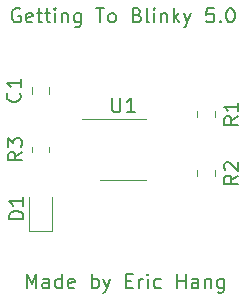
<source format=gbr>
%TF.GenerationSoftware,KiCad,Pcbnew,(5.1.10)-1*%
%TF.CreationDate,2021-10-20T01:45:52-07:00*%
%TF.ProjectId,blinky,626c696e-6b79-42e6-9b69-6361645f7063,rev?*%
%TF.SameCoordinates,Original*%
%TF.FileFunction,Legend,Top*%
%TF.FilePolarity,Positive*%
%FSLAX46Y46*%
G04 Gerber Fmt 4.6, Leading zero omitted, Abs format (unit mm)*
G04 Created by KiCad (PCBNEW (5.1.10)-1) date 2021-10-20 01:45:52*
%MOMM*%
%LPD*%
G01*
G04 APERTURE LIST*
%ADD10C,0.150000*%
%ADD11C,0.120000*%
G04 APERTURE END LIST*
D10*
X133857142Y-115742857D02*
X133857142Y-114542857D01*
X134257142Y-115400000D01*
X134657142Y-114542857D01*
X134657142Y-115742857D01*
X135742857Y-115742857D02*
X135742857Y-115114285D01*
X135685714Y-115000000D01*
X135571428Y-114942857D01*
X135342857Y-114942857D01*
X135228571Y-115000000D01*
X135742857Y-115685714D02*
X135628571Y-115742857D01*
X135342857Y-115742857D01*
X135228571Y-115685714D01*
X135171428Y-115571428D01*
X135171428Y-115457142D01*
X135228571Y-115342857D01*
X135342857Y-115285714D01*
X135628571Y-115285714D01*
X135742857Y-115228571D01*
X136828571Y-115742857D02*
X136828571Y-114542857D01*
X136828571Y-115685714D02*
X136714285Y-115742857D01*
X136485714Y-115742857D01*
X136371428Y-115685714D01*
X136314285Y-115628571D01*
X136257142Y-115514285D01*
X136257142Y-115171428D01*
X136314285Y-115057142D01*
X136371428Y-115000000D01*
X136485714Y-114942857D01*
X136714285Y-114942857D01*
X136828571Y-115000000D01*
X137857142Y-115685714D02*
X137742857Y-115742857D01*
X137514285Y-115742857D01*
X137400000Y-115685714D01*
X137342857Y-115571428D01*
X137342857Y-115114285D01*
X137400000Y-115000000D01*
X137514285Y-114942857D01*
X137742857Y-114942857D01*
X137857142Y-115000000D01*
X137914285Y-115114285D01*
X137914285Y-115228571D01*
X137342857Y-115342857D01*
X139342857Y-115742857D02*
X139342857Y-114542857D01*
X139342857Y-115000000D02*
X139457142Y-114942857D01*
X139685714Y-114942857D01*
X139800000Y-115000000D01*
X139857142Y-115057142D01*
X139914285Y-115171428D01*
X139914285Y-115514285D01*
X139857142Y-115628571D01*
X139800000Y-115685714D01*
X139685714Y-115742857D01*
X139457142Y-115742857D01*
X139342857Y-115685714D01*
X140314285Y-114942857D02*
X140600000Y-115742857D01*
X140885714Y-114942857D02*
X140600000Y-115742857D01*
X140485714Y-116028571D01*
X140428571Y-116085714D01*
X140314285Y-116142857D01*
X142257142Y-115114285D02*
X142657142Y-115114285D01*
X142828571Y-115742857D02*
X142257142Y-115742857D01*
X142257142Y-114542857D01*
X142828571Y-114542857D01*
X143342857Y-115742857D02*
X143342857Y-114942857D01*
X143342857Y-115171428D02*
X143400000Y-115057142D01*
X143457142Y-115000000D01*
X143571428Y-114942857D01*
X143685714Y-114942857D01*
X144085714Y-115742857D02*
X144085714Y-114942857D01*
X144085714Y-114542857D02*
X144028571Y-114600000D01*
X144085714Y-114657142D01*
X144142857Y-114600000D01*
X144085714Y-114542857D01*
X144085714Y-114657142D01*
X145171428Y-115685714D02*
X145057142Y-115742857D01*
X144828571Y-115742857D01*
X144714285Y-115685714D01*
X144657142Y-115628571D01*
X144600000Y-115514285D01*
X144600000Y-115171428D01*
X144657142Y-115057142D01*
X144714285Y-115000000D01*
X144828571Y-114942857D01*
X145057142Y-114942857D01*
X145171428Y-115000000D01*
X146600000Y-115742857D02*
X146600000Y-114542857D01*
X146600000Y-115114285D02*
X147285714Y-115114285D01*
X147285714Y-115742857D02*
X147285714Y-114542857D01*
X148371428Y-115742857D02*
X148371428Y-115114285D01*
X148314285Y-115000000D01*
X148200000Y-114942857D01*
X147971428Y-114942857D01*
X147857142Y-115000000D01*
X148371428Y-115685714D02*
X148257142Y-115742857D01*
X147971428Y-115742857D01*
X147857142Y-115685714D01*
X147800000Y-115571428D01*
X147800000Y-115457142D01*
X147857142Y-115342857D01*
X147971428Y-115285714D01*
X148257142Y-115285714D01*
X148371428Y-115228571D01*
X148942857Y-114942857D02*
X148942857Y-115742857D01*
X148942857Y-115057142D02*
X149000000Y-115000000D01*
X149114285Y-114942857D01*
X149285714Y-114942857D01*
X149400000Y-115000000D01*
X149457142Y-115114285D01*
X149457142Y-115742857D01*
X150542857Y-114942857D02*
X150542857Y-115914285D01*
X150485714Y-116028571D01*
X150428571Y-116085714D01*
X150314285Y-116142857D01*
X150142857Y-116142857D01*
X150028571Y-116085714D01*
X150542857Y-115685714D02*
X150428571Y-115742857D01*
X150200000Y-115742857D01*
X150085714Y-115685714D01*
X150028571Y-115628571D01*
X149971428Y-115514285D01*
X149971428Y-115171428D01*
X150028571Y-115057142D01*
X150085714Y-115000000D01*
X150200000Y-114942857D01*
X150428571Y-114942857D01*
X150542857Y-115000000D01*
X133257142Y-92100000D02*
X133142857Y-92042857D01*
X132971428Y-92042857D01*
X132799999Y-92100000D01*
X132685714Y-92214285D01*
X132628571Y-92328571D01*
X132571428Y-92557142D01*
X132571428Y-92728571D01*
X132628571Y-92957142D01*
X132685714Y-93071428D01*
X132799999Y-93185714D01*
X132971428Y-93242857D01*
X133085714Y-93242857D01*
X133257142Y-93185714D01*
X133314285Y-93128571D01*
X133314285Y-92728571D01*
X133085714Y-92728571D01*
X134285714Y-93185714D02*
X134171428Y-93242857D01*
X133942857Y-93242857D01*
X133828571Y-93185714D01*
X133771428Y-93071428D01*
X133771428Y-92614285D01*
X133828571Y-92500000D01*
X133942857Y-92442857D01*
X134171428Y-92442857D01*
X134285714Y-92500000D01*
X134342857Y-92614285D01*
X134342857Y-92728571D01*
X133771428Y-92842857D01*
X134685714Y-92442857D02*
X135142857Y-92442857D01*
X134857142Y-92042857D02*
X134857142Y-93071428D01*
X134914285Y-93185714D01*
X135028571Y-93242857D01*
X135142857Y-93242857D01*
X135371428Y-92442857D02*
X135828571Y-92442857D01*
X135542857Y-92042857D02*
X135542857Y-93071428D01*
X135600000Y-93185714D01*
X135714285Y-93242857D01*
X135828571Y-93242857D01*
X136228571Y-93242857D02*
X136228571Y-92442857D01*
X136228571Y-92042857D02*
X136171428Y-92100000D01*
X136228571Y-92157142D01*
X136285714Y-92100000D01*
X136228571Y-92042857D01*
X136228571Y-92157142D01*
X136800000Y-92442857D02*
X136800000Y-93242857D01*
X136800000Y-92557142D02*
X136857142Y-92500000D01*
X136971428Y-92442857D01*
X137142857Y-92442857D01*
X137257142Y-92500000D01*
X137314285Y-92614285D01*
X137314285Y-93242857D01*
X138400000Y-92442857D02*
X138400000Y-93414285D01*
X138342857Y-93528571D01*
X138285714Y-93585714D01*
X138171428Y-93642857D01*
X138000000Y-93642857D01*
X137885714Y-93585714D01*
X138400000Y-93185714D02*
X138285714Y-93242857D01*
X138057142Y-93242857D01*
X137942857Y-93185714D01*
X137885714Y-93128571D01*
X137828571Y-93014285D01*
X137828571Y-92671428D01*
X137885714Y-92557142D01*
X137942857Y-92500000D01*
X138057142Y-92442857D01*
X138285714Y-92442857D01*
X138400000Y-92500000D01*
X139714285Y-92042857D02*
X140400000Y-92042857D01*
X140057142Y-93242857D02*
X140057142Y-92042857D01*
X140971428Y-93242857D02*
X140857142Y-93185714D01*
X140800000Y-93128571D01*
X140742857Y-93014285D01*
X140742857Y-92671428D01*
X140800000Y-92557142D01*
X140857142Y-92500000D01*
X140971428Y-92442857D01*
X141142857Y-92442857D01*
X141257142Y-92500000D01*
X141314285Y-92557142D01*
X141371428Y-92671428D01*
X141371428Y-93014285D01*
X141314285Y-93128571D01*
X141257142Y-93185714D01*
X141142857Y-93242857D01*
X140971428Y-93242857D01*
X143200000Y-92614285D02*
X143371428Y-92671428D01*
X143428571Y-92728571D01*
X143485714Y-92842857D01*
X143485714Y-93014285D01*
X143428571Y-93128571D01*
X143371428Y-93185714D01*
X143257142Y-93242857D01*
X142800000Y-93242857D01*
X142800000Y-92042857D01*
X143200000Y-92042857D01*
X143314285Y-92100000D01*
X143371428Y-92157142D01*
X143428571Y-92271428D01*
X143428571Y-92385714D01*
X143371428Y-92500000D01*
X143314285Y-92557142D01*
X143200000Y-92614285D01*
X142800000Y-92614285D01*
X144171428Y-93242857D02*
X144057142Y-93185714D01*
X144000000Y-93071428D01*
X144000000Y-92042857D01*
X144628571Y-93242857D02*
X144628571Y-92442857D01*
X144628571Y-92042857D02*
X144571428Y-92100000D01*
X144628571Y-92157142D01*
X144685714Y-92100000D01*
X144628571Y-92042857D01*
X144628571Y-92157142D01*
X145200000Y-92442857D02*
X145200000Y-93242857D01*
X145200000Y-92557142D02*
X145257142Y-92500000D01*
X145371428Y-92442857D01*
X145542857Y-92442857D01*
X145657142Y-92500000D01*
X145714285Y-92614285D01*
X145714285Y-93242857D01*
X146285714Y-93242857D02*
X146285714Y-92042857D01*
X146400000Y-92785714D02*
X146742857Y-93242857D01*
X146742857Y-92442857D02*
X146285714Y-92900000D01*
X147142857Y-92442857D02*
X147428571Y-93242857D01*
X147714285Y-92442857D02*
X147428571Y-93242857D01*
X147314285Y-93528571D01*
X147257142Y-93585714D01*
X147142857Y-93642857D01*
X149657142Y-92042857D02*
X149085714Y-92042857D01*
X149028571Y-92614285D01*
X149085714Y-92557142D01*
X149200000Y-92500000D01*
X149485714Y-92500000D01*
X149600000Y-92557142D01*
X149657142Y-92614285D01*
X149714285Y-92728571D01*
X149714285Y-93014285D01*
X149657142Y-93128571D01*
X149600000Y-93185714D01*
X149485714Y-93242857D01*
X149200000Y-93242857D01*
X149085714Y-93185714D01*
X149028571Y-93128571D01*
X150228571Y-93128571D02*
X150285714Y-93185714D01*
X150228571Y-93242857D01*
X150171428Y-93185714D01*
X150228571Y-93128571D01*
X150228571Y-93242857D01*
X151028571Y-92042857D02*
X151142857Y-92042857D01*
X151257142Y-92100000D01*
X151314285Y-92157142D01*
X151371428Y-92271428D01*
X151428571Y-92500000D01*
X151428571Y-92785714D01*
X151371428Y-93014285D01*
X151314285Y-93128571D01*
X151257142Y-93185714D01*
X151142857Y-93242857D01*
X151028571Y-93242857D01*
X150914285Y-93185714D01*
X150857142Y-93128571D01*
X150800000Y-93014285D01*
X150742857Y-92785714D01*
X150742857Y-92500000D01*
X150800000Y-92271428D01*
X150857142Y-92157142D01*
X150914285Y-92100000D01*
X151028571Y-92042857D01*
D11*
%TO.C,U1*%
X142000000Y-101440000D02*
X138550000Y-101440000D01*
X142000000Y-101440000D02*
X143950000Y-101440000D01*
X142000000Y-106560000D02*
X140050000Y-106560000D01*
X142000000Y-106560000D02*
X143950000Y-106560000D01*
%TO.C,R3*%
X134265000Y-103772936D02*
X134265000Y-104227064D01*
X135735000Y-103772936D02*
X135735000Y-104227064D01*
%TO.C,R2*%
X148265000Y-105772936D02*
X148265000Y-106227064D01*
X149735000Y-105772936D02*
X149735000Y-106227064D01*
%TO.C,R1*%
X148265000Y-100772936D02*
X148265000Y-101227064D01*
X149735000Y-100772936D02*
X149735000Y-101227064D01*
%TO.C,D1*%
X135960000Y-110860000D02*
X135960000Y-108000000D01*
X134040000Y-110860000D02*
X135960000Y-110860000D01*
X134040000Y-108000000D02*
X134040000Y-110860000D01*
%TO.C,C1*%
X135735000Y-99261252D02*
X135735000Y-98738748D01*
X134265000Y-99261252D02*
X134265000Y-98738748D01*
%TO.C,U1*%
D10*
X141085714Y-99642857D02*
X141085714Y-100614285D01*
X141142857Y-100728571D01*
X141200000Y-100785714D01*
X141314285Y-100842857D01*
X141542857Y-100842857D01*
X141657142Y-100785714D01*
X141714285Y-100728571D01*
X141771428Y-100614285D01*
X141771428Y-99642857D01*
X142971428Y-100842857D02*
X142285714Y-100842857D01*
X142628571Y-100842857D02*
X142628571Y-99642857D01*
X142514285Y-99814285D01*
X142400000Y-99928571D01*
X142285714Y-99985714D01*
%TO.C,R3*%
X133442857Y-104200000D02*
X132871428Y-104600000D01*
X133442857Y-104885714D02*
X132242857Y-104885714D01*
X132242857Y-104428571D01*
X132300000Y-104314285D01*
X132357142Y-104257142D01*
X132471428Y-104200000D01*
X132642857Y-104200000D01*
X132757142Y-104257142D01*
X132814285Y-104314285D01*
X132871428Y-104428571D01*
X132871428Y-104885714D01*
X132242857Y-103800000D02*
X132242857Y-103057142D01*
X132700000Y-103457142D01*
X132700000Y-103285714D01*
X132757142Y-103171428D01*
X132814285Y-103114285D01*
X132928571Y-103057142D01*
X133214285Y-103057142D01*
X133328571Y-103114285D01*
X133385714Y-103171428D01*
X133442857Y-103285714D01*
X133442857Y-103628571D01*
X133385714Y-103742857D01*
X133328571Y-103800000D01*
%TO.C,R2*%
X151742857Y-106200000D02*
X151171428Y-106600000D01*
X151742857Y-106885714D02*
X150542857Y-106885714D01*
X150542857Y-106428571D01*
X150600000Y-106314285D01*
X150657142Y-106257142D01*
X150771428Y-106200000D01*
X150942857Y-106200000D01*
X151057142Y-106257142D01*
X151114285Y-106314285D01*
X151171428Y-106428571D01*
X151171428Y-106885714D01*
X150657142Y-105742857D02*
X150600000Y-105685714D01*
X150542857Y-105571428D01*
X150542857Y-105285714D01*
X150600000Y-105171428D01*
X150657142Y-105114285D01*
X150771428Y-105057142D01*
X150885714Y-105057142D01*
X151057142Y-105114285D01*
X151742857Y-105800000D01*
X151742857Y-105057142D01*
%TO.C,R1*%
X151742857Y-101200000D02*
X151171428Y-101600000D01*
X151742857Y-101885714D02*
X150542857Y-101885714D01*
X150542857Y-101428571D01*
X150600000Y-101314285D01*
X150657142Y-101257142D01*
X150771428Y-101200000D01*
X150942857Y-101200000D01*
X151057142Y-101257142D01*
X151114285Y-101314285D01*
X151171428Y-101428571D01*
X151171428Y-101885714D01*
X151742857Y-100057142D02*
X151742857Y-100742857D01*
X151742857Y-100400000D02*
X150542857Y-100400000D01*
X150714285Y-100514285D01*
X150828571Y-100628571D01*
X150885714Y-100742857D01*
%TO.C,D1*%
X133542857Y-109885714D02*
X132342857Y-109885714D01*
X132342857Y-109600000D01*
X132400000Y-109428571D01*
X132514285Y-109314285D01*
X132628571Y-109257142D01*
X132857142Y-109200000D01*
X133028571Y-109200000D01*
X133257142Y-109257142D01*
X133371428Y-109314285D01*
X133485714Y-109428571D01*
X133542857Y-109600000D01*
X133542857Y-109885714D01*
X133542857Y-108057142D02*
X133542857Y-108742857D01*
X133542857Y-108400000D02*
X132342857Y-108400000D01*
X132514285Y-108514285D01*
X132628571Y-108628571D01*
X132685714Y-108742857D01*
%TO.C,C1*%
X133228571Y-99200000D02*
X133285714Y-99257142D01*
X133342857Y-99428571D01*
X133342857Y-99542857D01*
X133285714Y-99714285D01*
X133171428Y-99828571D01*
X133057142Y-99885714D01*
X132828571Y-99942857D01*
X132657142Y-99942857D01*
X132428571Y-99885714D01*
X132314285Y-99828571D01*
X132200000Y-99714285D01*
X132142857Y-99542857D01*
X132142857Y-99428571D01*
X132200000Y-99257142D01*
X132257142Y-99200000D01*
X133342857Y-98057142D02*
X133342857Y-98742857D01*
X133342857Y-98400000D02*
X132142857Y-98400000D01*
X132314285Y-98514285D01*
X132428571Y-98628571D01*
X132485714Y-98742857D01*
%TD*%
M02*

</source>
